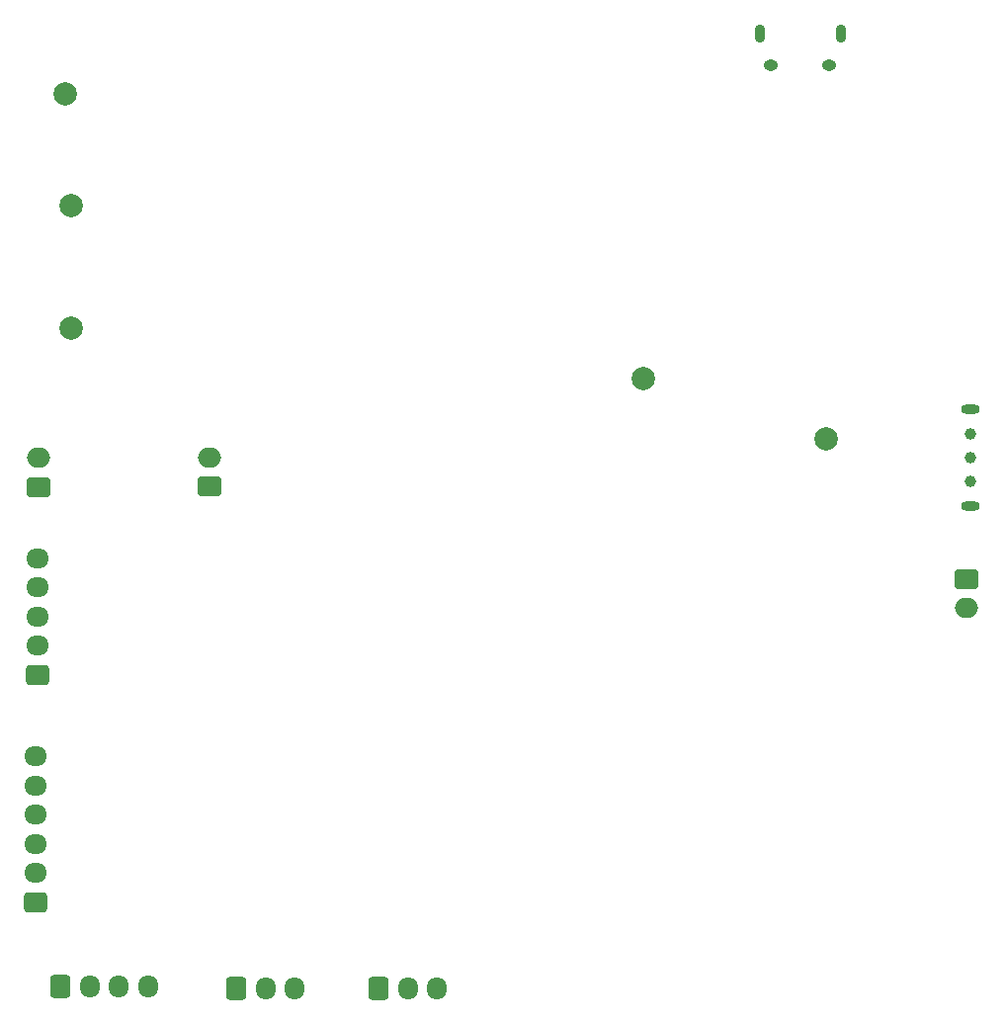
<source format=gbs>
G04 #@! TF.GenerationSoftware,KiCad,Pcbnew,7.0.10-7.0.10~ubuntu20.04.1*
G04 #@! TF.CreationDate,2024-02-22T18:15:52-03:00*
G04 #@! TF.ProjectId,Transiluminador,5472616e-7369-46c7-956d-696e61646f72,rev?*
G04 #@! TF.SameCoordinates,Original*
G04 #@! TF.FileFunction,Soldermask,Bot*
G04 #@! TF.FilePolarity,Negative*
%FSLAX46Y46*%
G04 Gerber Fmt 4.6, Leading zero omitted, Abs format (unit mm)*
G04 Created by KiCad (PCBNEW 7.0.10-7.0.10~ubuntu20.04.1) date 2024-02-22 18:15:52*
%MOMM*%
%LPD*%
G01*
G04 APERTURE LIST*
G04 Aperture macros list*
%AMRoundRect*
0 Rectangle with rounded corners*
0 $1 Rounding radius*
0 $2 $3 $4 $5 $6 $7 $8 $9 X,Y pos of 4 corners*
0 Add a 4 corners polygon primitive as box body*
4,1,4,$2,$3,$4,$5,$6,$7,$8,$9,$2,$3,0*
0 Add four circle primitives for the rounded corners*
1,1,$1+$1,$2,$3*
1,1,$1+$1,$4,$5*
1,1,$1+$1,$6,$7*
1,1,$1+$1,$8,$9*
0 Add four rect primitives between the rounded corners*
20,1,$1+$1,$2,$3,$4,$5,0*
20,1,$1+$1,$4,$5,$6,$7,0*
20,1,$1+$1,$6,$7,$8,$9,0*
20,1,$1+$1,$8,$9,$2,$3,0*%
G04 Aperture macros list end*
%ADD10C,1.000000*%
%ADD11O,1.600000X0.800000*%
%ADD12O,0.890000X1.550000*%
%ADD13O,1.250000X0.950000*%
%ADD14RoundRect,0.250000X0.725000X-0.600000X0.725000X0.600000X-0.725000X0.600000X-0.725000X-0.600000X0*%
%ADD15O,1.950000X1.700000*%
%ADD16RoundRect,0.250000X-0.600000X-0.725000X0.600000X-0.725000X0.600000X0.725000X-0.600000X0.725000X0*%
%ADD17O,1.700000X1.950000*%
%ADD18RoundRect,0.250000X0.750000X-0.600000X0.750000X0.600000X-0.750000X0.600000X-0.750000X-0.600000X0*%
%ADD19O,2.000000X1.700000*%
%ADD20C,2.000000*%
%ADD21RoundRect,0.250000X-0.750000X0.600000X-0.750000X-0.600000X0.750000X-0.600000X0.750000X0.600000X0*%
G04 APERTURE END LIST*
D10*
X195000000Y-53750000D03*
X195000000Y-51750000D03*
X195000000Y-49750000D03*
D11*
X195000000Y-55900000D03*
X195000000Y-47600000D03*
D12*
X183900000Y-15425000D03*
D13*
X182900000Y-18125000D03*
X177900000Y-18125000D03*
D12*
X176900000Y-15425000D03*
D14*
X115075000Y-70350000D03*
D15*
X115075000Y-67850000D03*
X115075000Y-65350000D03*
X115075000Y-62850000D03*
X115075000Y-60350000D03*
D16*
X144275000Y-97200000D03*
D17*
X146775000Y-97200000D03*
X149275000Y-97200000D03*
D18*
X129750000Y-54225000D03*
D19*
X129750000Y-51725000D03*
D20*
X117375000Y-20625000D03*
D14*
X114850000Y-89825000D03*
D15*
X114850000Y-87325000D03*
X114850000Y-84825000D03*
X114850000Y-82325000D03*
X114850000Y-79825000D03*
X114850000Y-77325000D03*
D16*
X132075000Y-97200000D03*
D17*
X134575000Y-97200000D03*
X137075000Y-97200000D03*
D16*
X117000000Y-97050000D03*
D17*
X119500000Y-97050000D03*
X122000000Y-97050000D03*
X124500000Y-97050000D03*
D18*
X115100000Y-54275000D03*
D19*
X115100000Y-51775000D03*
D21*
X194625000Y-62125000D03*
D19*
X194625000Y-64625000D03*
D20*
X117925000Y-40675000D03*
X117925000Y-30200000D03*
X182625000Y-50100000D03*
X166925000Y-44975000D03*
M02*

</source>
